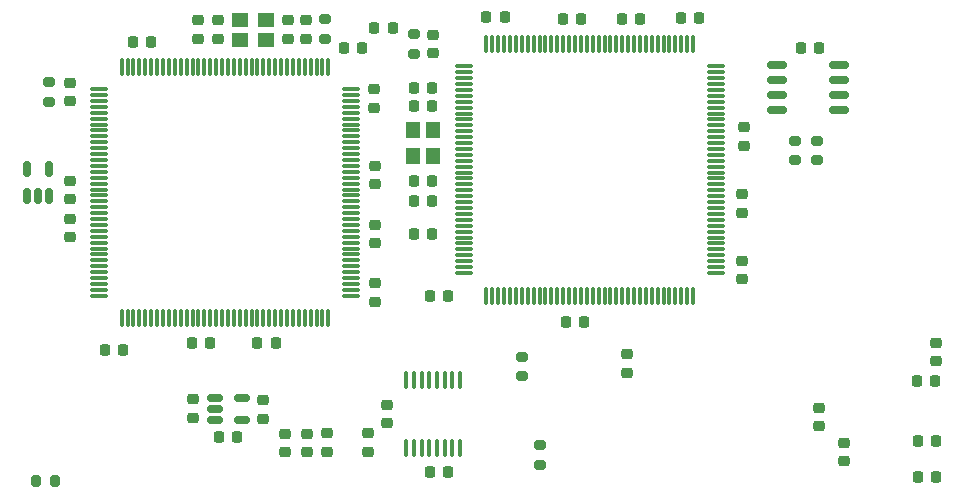
<source format=gbr>
%TF.GenerationSoftware,KiCad,Pcbnew,(6.0.1)*%
%TF.CreationDate,2022-01-18T02:16:12+08:00*%
%TF.ProjectId,project,70726f6a-6563-4742-9e6b-696361645f70,1.2.2*%
%TF.SameCoordinates,Original*%
%TF.FileFunction,Paste,Bot*%
%TF.FilePolarity,Positive*%
%FSLAX46Y46*%
G04 Gerber Fmt 4.6, Leading zero omitted, Abs format (unit mm)*
G04 Created by KiCad (PCBNEW (6.0.1)) date 2022-01-18 02:16:12*
%MOMM*%
%LPD*%
G01*
G04 APERTURE LIST*
G04 Aperture macros list*
%AMRoundRect*
0 Rectangle with rounded corners*
0 $1 Rounding radius*
0 $2 $3 $4 $5 $6 $7 $8 $9 X,Y pos of 4 corners*
0 Add a 4 corners polygon primitive as box body*
4,1,4,$2,$3,$4,$5,$6,$7,$8,$9,$2,$3,0*
0 Add four circle primitives for the rounded corners*
1,1,$1+$1,$2,$3*
1,1,$1+$1,$4,$5*
1,1,$1+$1,$6,$7*
1,1,$1+$1,$8,$9*
0 Add four rect primitives between the rounded corners*
20,1,$1+$1,$2,$3,$4,$5,0*
20,1,$1+$1,$4,$5,$6,$7,0*
20,1,$1+$1,$6,$7,$8,$9,0*
20,1,$1+$1,$8,$9,$2,$3,0*%
G04 Aperture macros list end*
%ADD10RoundRect,0.200000X-0.200000X-0.275000X0.200000X-0.275000X0.200000X0.275000X-0.200000X0.275000X0*%
%ADD11RoundRect,0.225000X-0.250000X0.225000X-0.250000X-0.225000X0.250000X-0.225000X0.250000X0.225000X0*%
%ADD12RoundRect,0.225000X0.250000X-0.225000X0.250000X0.225000X-0.250000X0.225000X-0.250000X-0.225000X0*%
%ADD13RoundRect,0.225000X0.225000X0.250000X-0.225000X0.250000X-0.225000X-0.250000X0.225000X-0.250000X0*%
%ADD14RoundRect,0.225000X-0.225000X-0.250000X0.225000X-0.250000X0.225000X0.250000X-0.225000X0.250000X0*%
%ADD15RoundRect,0.150000X0.675000X0.150000X-0.675000X0.150000X-0.675000X-0.150000X0.675000X-0.150000X0*%
%ADD16RoundRect,0.200000X0.275000X-0.200000X0.275000X0.200000X-0.275000X0.200000X-0.275000X-0.200000X0*%
%ADD17RoundRect,0.150000X-0.512500X-0.150000X0.512500X-0.150000X0.512500X0.150000X-0.512500X0.150000X0*%
%ADD18RoundRect,0.150000X0.150000X-0.512500X0.150000X0.512500X-0.150000X0.512500X-0.150000X-0.512500X0*%
%ADD19RoundRect,0.075000X-0.662500X-0.075000X0.662500X-0.075000X0.662500X0.075000X-0.662500X0.075000X0*%
%ADD20RoundRect,0.075000X-0.075000X-0.662500X0.075000X-0.662500X0.075000X0.662500X-0.075000X0.662500X0*%
%ADD21RoundRect,0.075000X-0.075000X0.662500X-0.075000X-0.662500X0.075000X-0.662500X0.075000X0.662500X0*%
%ADD22RoundRect,0.075000X-0.662500X0.075000X-0.662500X-0.075000X0.662500X-0.075000X0.662500X0.075000X0*%
%ADD23RoundRect,0.200000X-0.275000X0.200000X-0.275000X-0.200000X0.275000X-0.200000X0.275000X0.200000X0*%
%ADD24RoundRect,0.100000X0.100000X-0.637500X0.100000X0.637500X-0.100000X0.637500X-0.100000X-0.637500X0*%
%ADD25R,1.400000X1.200000*%
%ADD26R,1.200000X1.400000*%
G04 APERTURE END LIST*
D10*
%TO.C,R7*%
X11523000Y5801600D03*
X13173000Y5801600D03*
%TD*%
D11*
%TO.C,C12*%
X71301400Y30122400D03*
X71301400Y28572400D03*
%TD*%
%TO.C,C65*%
X14410900Y28026600D03*
X14410900Y26476600D03*
%TD*%
D12*
%TO.C,C19*%
X77854600Y10487600D03*
X77854600Y12037600D03*
%TD*%
D13*
%TO.C,C11*%
X67707600Y45019200D03*
X66157600Y45019200D03*
%TD*%
%TO.C,C32*%
X45076200Y37551600D03*
X43526200Y37551600D03*
%TD*%
D14*
%TO.C,C24*%
X86223600Y6208000D03*
X87773600Y6208000D03*
%TD*%
D15*
%TO.C,U14*%
X79565200Y41031400D03*
X79565200Y39761400D03*
X79565200Y38491400D03*
X79565200Y37221400D03*
X74315200Y37221400D03*
X74315200Y38491400D03*
X74315200Y39761400D03*
X74315200Y41031400D03*
%TD*%
D13*
%TO.C,C48*%
X62703800Y44968400D03*
X61153800Y44968400D03*
%TD*%
D16*
%TO.C,R1*%
X52708600Y14718000D03*
X52708600Y16368000D03*
%TD*%
D13*
%TO.C,C50*%
X46447800Y6639800D03*
X44897800Y6639800D03*
%TD*%
D12*
%TO.C,C55*%
X25225800Y43304400D03*
X25225800Y44854400D03*
%TD*%
%TO.C,C9*%
X71301400Y22933600D03*
X71301400Y24483600D03*
%TD*%
D17*
%TO.C,U9*%
X26679100Y10973000D03*
X26679100Y11923000D03*
X26679100Y12873000D03*
X28954100Y12873000D03*
X28954100Y10973000D03*
%TD*%
D12*
%TO.C,C54*%
X32837934Y43304200D03*
X32837934Y44854200D03*
%TD*%
D11*
%TO.C,C57*%
X14410900Y31277800D03*
X14410900Y29727800D03*
%TD*%
D18*
%TO.C,U10*%
X12637600Y30013300D03*
X11687600Y30013300D03*
X10737600Y30013300D03*
X10737600Y32288300D03*
X12637600Y32288300D03*
%TD*%
D14*
%TO.C,C30*%
X56404000Y19289000D03*
X57954000Y19289000D03*
%TD*%
D19*
%TO.C,U8*%
X47761100Y23455666D03*
X47761100Y23955666D03*
X47761100Y24455666D03*
X47761100Y24955666D03*
X47761100Y25455666D03*
X47761100Y25955666D03*
X47761100Y26455666D03*
X47761100Y26955666D03*
X47761100Y27455666D03*
X47761100Y27955666D03*
X47761100Y28455666D03*
X47761100Y28955666D03*
X47761100Y29455666D03*
X47761100Y29955666D03*
X47761100Y30455666D03*
X47761100Y30955666D03*
X47761100Y31455666D03*
X47761100Y31955666D03*
X47761100Y32455666D03*
X47761100Y32955666D03*
X47761100Y33455666D03*
X47761100Y33955666D03*
X47761100Y34455666D03*
X47761100Y34955666D03*
X47761100Y35455666D03*
X47761100Y35955666D03*
X47761100Y36455666D03*
X47761100Y36955666D03*
X47761100Y37455666D03*
X47761100Y37955666D03*
X47761100Y38455666D03*
X47761100Y38955666D03*
X47761100Y39455666D03*
X47761100Y39955666D03*
X47761100Y40455666D03*
X47761100Y40955666D03*
D20*
X49673600Y42868166D03*
X50173600Y42868166D03*
X50673600Y42868166D03*
X51173600Y42868166D03*
X51673600Y42868166D03*
X52173600Y42868166D03*
X52673600Y42868166D03*
X53173600Y42868166D03*
X53673600Y42868166D03*
X54173600Y42868166D03*
X54673600Y42868166D03*
X55173600Y42868166D03*
X55673600Y42868166D03*
X56173600Y42868166D03*
X56673600Y42868166D03*
X57173600Y42868166D03*
X57673600Y42868166D03*
X58173600Y42868166D03*
X58673600Y42868166D03*
X59173600Y42868166D03*
X59673600Y42868166D03*
X60173600Y42868166D03*
X60673600Y42868166D03*
X61173600Y42868166D03*
X61673600Y42868166D03*
X62173600Y42868166D03*
X62673600Y42868166D03*
X63173600Y42868166D03*
X63673600Y42868166D03*
X64173600Y42868166D03*
X64673600Y42868166D03*
X65173600Y42868166D03*
X65673600Y42868166D03*
X66173600Y42868166D03*
X66673600Y42868166D03*
X67173600Y42868166D03*
D19*
X69086100Y40955666D03*
X69086100Y40455666D03*
X69086100Y39955666D03*
X69086100Y39455666D03*
X69086100Y38955666D03*
X69086100Y38455666D03*
X69086100Y37955666D03*
X69086100Y37455666D03*
X69086100Y36955666D03*
X69086100Y36455666D03*
X69086100Y35955666D03*
X69086100Y35455666D03*
X69086100Y34955666D03*
X69086100Y34455666D03*
X69086100Y33955666D03*
X69086100Y33455666D03*
X69086100Y32955666D03*
X69086100Y32455666D03*
X69086100Y31955666D03*
X69086100Y31455666D03*
X69086100Y30955666D03*
X69086100Y30455666D03*
X69086100Y29955666D03*
X69086100Y29455666D03*
X69086100Y28955666D03*
X69086100Y28455666D03*
X69086100Y27955666D03*
X69086100Y27455666D03*
X69086100Y26955666D03*
X69086100Y26455666D03*
X69086100Y25955666D03*
X69086100Y25455666D03*
X69086100Y24955666D03*
X69086100Y24455666D03*
X69086100Y23955666D03*
X69086100Y23455666D03*
D20*
X67173600Y21543166D03*
X66673600Y21543166D03*
X66173600Y21543166D03*
X65673600Y21543166D03*
X65173600Y21543166D03*
X64673600Y21543166D03*
X64173600Y21543166D03*
X63673600Y21543166D03*
X63173600Y21543166D03*
X62673600Y21543166D03*
X62173600Y21543166D03*
X61673600Y21543166D03*
X61173600Y21543166D03*
X60673600Y21543166D03*
X60173600Y21543166D03*
X59673600Y21543166D03*
X59173600Y21543166D03*
X58673600Y21543166D03*
X58173600Y21543166D03*
X57673600Y21543166D03*
X57173600Y21543166D03*
X56673600Y21543166D03*
X56173600Y21543166D03*
X55673600Y21543166D03*
X55173600Y21543166D03*
X54673600Y21543166D03*
X54173600Y21543166D03*
X53673600Y21543166D03*
X53173600Y21543166D03*
X52673600Y21543166D03*
X52173600Y21543166D03*
X51673600Y21543166D03*
X51173600Y21543166D03*
X50673600Y21543166D03*
X50173600Y21543166D03*
X49673600Y21543166D03*
%TD*%
D14*
%TO.C,C58*%
X17364200Y16952200D03*
X18914200Y16952200D03*
%TD*%
%TO.C,C69*%
X76292200Y42530000D03*
X77842200Y42530000D03*
%TD*%
%TO.C,C5*%
X24761100Y17548800D03*
X26311100Y17548800D03*
%TD*%
D11*
%TO.C,C7*%
X61547800Y16571200D03*
X61547800Y15021200D03*
%TD*%
%TO.C,C59*%
X26945134Y44854200D03*
X26945134Y43304200D03*
%TD*%
D14*
%TO.C,C25*%
X86122000Y14310600D03*
X87672000Y14310600D03*
%TD*%
D12*
%TO.C,C67*%
X24819400Y11198800D03*
X24819400Y12748800D03*
%TD*%
D16*
%TO.C,R9*%
X75771800Y32992800D03*
X75771800Y34642800D03*
%TD*%
D13*
%TO.C,C41*%
X57700000Y44993800D03*
X56150000Y44993800D03*
%TD*%
D14*
%TO.C,C4*%
X30272900Y17548800D03*
X31822900Y17548800D03*
%TD*%
D21*
%TO.C,U11*%
X18792700Y40936700D03*
X19292700Y40936700D03*
X19792700Y40936700D03*
X20292700Y40936700D03*
X20792700Y40936700D03*
X21292700Y40936700D03*
X21792700Y40936700D03*
X22292700Y40936700D03*
X22792700Y40936700D03*
X23292700Y40936700D03*
X23792700Y40936700D03*
X24292700Y40936700D03*
X24792700Y40936700D03*
X25292700Y40936700D03*
X25792700Y40936700D03*
X26292700Y40936700D03*
X26792700Y40936700D03*
X27292700Y40936700D03*
X27792700Y40936700D03*
X28292700Y40936700D03*
X28792700Y40936700D03*
X29292700Y40936700D03*
X29792700Y40936700D03*
X30292700Y40936700D03*
X30792700Y40936700D03*
X31292700Y40936700D03*
X31792700Y40936700D03*
X32292700Y40936700D03*
X32792700Y40936700D03*
X33292700Y40936700D03*
X33792700Y40936700D03*
X34292700Y40936700D03*
X34792700Y40936700D03*
X35292700Y40936700D03*
X35792700Y40936700D03*
X36292700Y40936700D03*
D22*
X38205200Y39024200D03*
X38205200Y38524200D03*
X38205200Y38024200D03*
X38205200Y37524200D03*
X38205200Y37024200D03*
X38205200Y36524200D03*
X38205200Y36024200D03*
X38205200Y35524200D03*
X38205200Y35024200D03*
X38205200Y34524200D03*
X38205200Y34024200D03*
X38205200Y33524200D03*
X38205200Y33024200D03*
X38205200Y32524200D03*
X38205200Y32024200D03*
X38205200Y31524200D03*
X38205200Y31024200D03*
X38205200Y30524200D03*
X38205200Y30024200D03*
X38205200Y29524200D03*
X38205200Y29024200D03*
X38205200Y28524200D03*
X38205200Y28024200D03*
X38205200Y27524200D03*
X38205200Y27024200D03*
X38205200Y26524200D03*
X38205200Y26024200D03*
X38205200Y25524200D03*
X38205200Y25024200D03*
X38205200Y24524200D03*
X38205200Y24024200D03*
X38205200Y23524200D03*
X38205200Y23024200D03*
X38205200Y22524200D03*
X38205200Y22024200D03*
X38205200Y21524200D03*
D21*
X36292700Y19611700D03*
X35792700Y19611700D03*
X35292700Y19611700D03*
X34792700Y19611700D03*
X34292700Y19611700D03*
X33792700Y19611700D03*
X33292700Y19611700D03*
X32792700Y19611700D03*
X32292700Y19611700D03*
X31792700Y19611700D03*
X31292700Y19611700D03*
X30792700Y19611700D03*
X30292700Y19611700D03*
X29792700Y19611700D03*
X29292700Y19611700D03*
X28792700Y19611700D03*
X28292700Y19611700D03*
X27792700Y19611700D03*
X27292700Y19611700D03*
X26792700Y19611700D03*
X26292700Y19611700D03*
X25792700Y19611700D03*
X25292700Y19611700D03*
X24792700Y19611700D03*
X24292700Y19611700D03*
X23792700Y19611700D03*
X23292700Y19611700D03*
X22792700Y19611700D03*
X22292700Y19611700D03*
X21792700Y19611700D03*
X21292700Y19611700D03*
X20792700Y19611700D03*
X20292700Y19611700D03*
X19792700Y19611700D03*
X19292700Y19611700D03*
X18792700Y19611700D03*
D22*
X16880200Y21524200D03*
X16880200Y22024200D03*
X16880200Y22524200D03*
X16880200Y23024200D03*
X16880200Y23524200D03*
X16880200Y24024200D03*
X16880200Y24524200D03*
X16880200Y25024200D03*
X16880200Y25524200D03*
X16880200Y26024200D03*
X16880200Y26524200D03*
X16880200Y27024200D03*
X16880200Y27524200D03*
X16880200Y28024200D03*
X16880200Y28524200D03*
X16880200Y29024200D03*
X16880200Y29524200D03*
X16880200Y30024200D03*
X16880200Y30524200D03*
X16880200Y31024200D03*
X16880200Y31524200D03*
X16880200Y32024200D03*
X16880200Y32524200D03*
X16880200Y33024200D03*
X16880200Y33524200D03*
X16880200Y34024200D03*
X16880200Y34524200D03*
X16880200Y35024200D03*
X16880200Y35524200D03*
X16880200Y36024200D03*
X16880200Y36524200D03*
X16880200Y37024200D03*
X16880200Y37524200D03*
X16880200Y38024200D03*
X16880200Y38524200D03*
X16880200Y39024200D03*
%TD*%
D12*
%TO.C,C28*%
X87735200Y15999400D03*
X87735200Y17549400D03*
%TD*%
D11*
%TO.C,C34*%
X34446000Y9853200D03*
X34446000Y8303200D03*
%TD*%
D14*
%TO.C,C61*%
X37582600Y42479200D03*
X39132600Y42479200D03*
%TD*%
D12*
%TO.C,C8*%
X71453800Y34236600D03*
X71453800Y35786600D03*
%TD*%
D13*
%TO.C,C10*%
X46422400Y21524200D03*
X44872400Y21524200D03*
%TD*%
%TO.C,C27*%
X45076200Y39075600D03*
X43526200Y39075600D03*
%TD*%
%TO.C,C36*%
X51223000Y45095400D03*
X49673000Y45095400D03*
%TD*%
%TO.C,C43*%
X28591600Y9560800D03*
X27041600Y9560800D03*
%TD*%
D23*
%TO.C,R8*%
X54207200Y8887200D03*
X54207200Y7237200D03*
%TD*%
D13*
%TO.C,C44*%
X45076200Y26756600D03*
X43526200Y26756600D03*
%TD*%
D12*
%TO.C,C40*%
X30737600Y11122600D03*
X30737600Y12672600D03*
%TD*%
D11*
%TO.C,C51*%
X41227800Y12317000D03*
X41227800Y10767000D03*
%TD*%
D24*
%TO.C,U2*%
X47439800Y8628700D03*
X46789800Y8628700D03*
X46139800Y8628700D03*
X45489800Y8628700D03*
X44839800Y8628700D03*
X44189800Y8628700D03*
X43539800Y8628700D03*
X42889800Y8628700D03*
X42889800Y14353700D03*
X43539800Y14353700D03*
X44189800Y14353700D03*
X44839800Y14353700D03*
X45489800Y14353700D03*
X46139800Y14353700D03*
X46789800Y14353700D03*
X47439800Y14353700D03*
%TD*%
D25*
%TO.C,Y2*%
X30974000Y43204000D03*
X28774000Y43204000D03*
X28774000Y44904000D03*
X30974000Y44904000D03*
%TD*%
D11*
%TO.C,C35*%
X36173200Y9866200D03*
X36173200Y8316200D03*
%TD*%
D14*
%TO.C,C37*%
X43551600Y31248266D03*
X45101600Y31248266D03*
%TD*%
D11*
%TO.C,C56*%
X14410900Y39558200D03*
X14410900Y38008200D03*
%TD*%
D12*
%TO.C,C1*%
X40242700Y21015600D03*
X40242700Y22565600D03*
%TD*%
%TO.C,C66*%
X40135600Y37462400D03*
X40135600Y39012400D03*
%TD*%
D11*
%TO.C,C31*%
X39678400Y9865600D03*
X39678400Y8315600D03*
%TD*%
%TO.C,C39*%
X32642600Y9853200D03*
X32642600Y8303200D03*
%TD*%
D14*
%TO.C,C29*%
X86210600Y9256000D03*
X87760600Y9256000D03*
%TD*%
D26*
%TO.C,Y1*%
X45151200Y35548666D03*
X45151200Y33348666D03*
X43451200Y33348666D03*
X43451200Y35548666D03*
%TD*%
D12*
%TO.C,C42*%
X45114000Y42047400D03*
X45114000Y43597400D03*
%TD*%
D13*
%TO.C,C33*%
X41748800Y44206400D03*
X40198800Y44206400D03*
%TD*%
D11*
%TO.C,C20*%
X79962800Y9091200D03*
X79962800Y7541200D03*
%TD*%
D23*
%TO.C,R4*%
X12652800Y39621200D03*
X12652800Y37971200D03*
%TD*%
D12*
%TO.C,C60*%
X40242700Y25994000D03*
X40242700Y27544000D03*
%TD*%
D16*
%TO.C,R10*%
X77676800Y32992800D03*
X77676800Y34642800D03*
%TD*%
D12*
%TO.C,C53*%
X40242700Y30997800D03*
X40242700Y32547800D03*
%TD*%
D13*
%TO.C,C3*%
X21281900Y42987200D03*
X19731900Y42987200D03*
%TD*%
D23*
%TO.C,R3*%
X43513800Y43685200D03*
X43513800Y42035200D03*
%TD*%
D13*
%TO.C,C38*%
X45076200Y29525200D03*
X43526200Y29525200D03*
%TD*%
D23*
%TO.C,R6*%
X35977800Y44943400D03*
X35977800Y43293400D03*
%TD*%
D12*
%TO.C,C64*%
X34428400Y43292600D03*
X34428400Y44842600D03*
%TD*%
M02*

</source>
